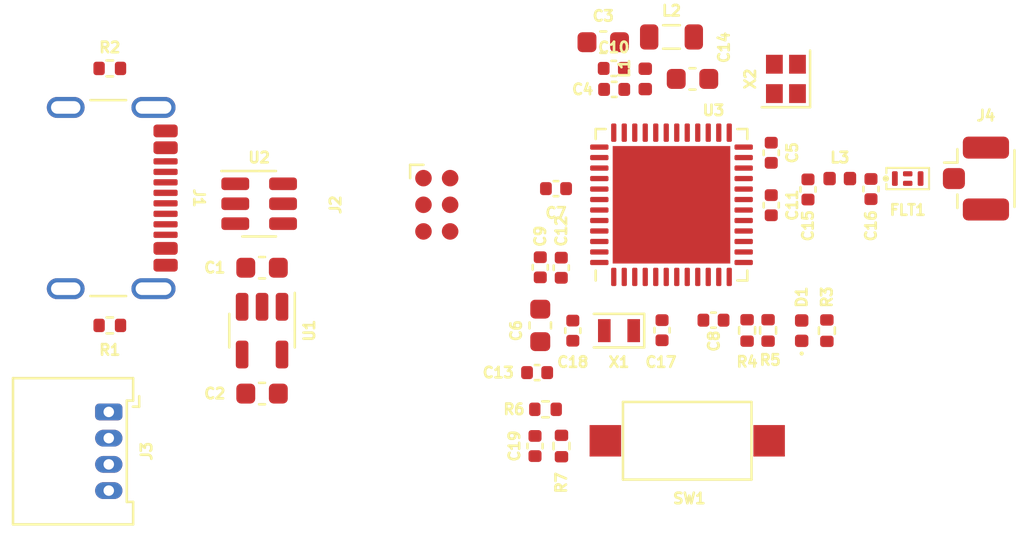
<source format=kicad_pcb>
(kicad_pcb (version 20221018) (generator pcbnew)
  (layers (0 "F.Cu" signal) (1 "In1.Cu" signal) (2 "In2.Cu" signal) (31 "B.Cu" signal) (34 "B.Paste" user) (35 "F.Paste" user) (36 "B.SilkS" user "B.Silkscreen") (37 "F.SilkS" user "F.Silkscreen") (38 "B.Mask" user) (39 "F.Mask" user) (44 "Edge.Cuts" user))
  (net 0 "")
  (net 1 "+5V")
  (net 2 "GND")
  (net 3 "+3.3V")
  (net 4 "/SWD_NRST")
  (net 5 "/SMPSFB")
  (net 6 "/RF")
  (net 7 "/RF_MATCH")
  (net 8 "/LSE_OUT")
  (net 9 "/LSE_IN")
  (net 10 "/BOOT0")
  (net 11 "/LED_K")
  (net 12 "/LED_A")
  (net 13 "/RF_ANT")
  (net 14 "/USBC_CC1")
  (net 15 "/USBC_D+")
  (net 16 "/USBC_D-")
  (net 18 "/USBC_CC2")
  (net 20 "/SWD_DIO")
  (net 21 "/SWD_CLK")
  (net 22 "/SWD_TRC")
  (net 23 "Net-(J3-Pin_2)")
  (net 24 "Net-(J3-Pin_3)")
  (net 25 "/SMPSLX")
  (net 26 "/SMPSLXL")
  (net 27 "/UART_TX")
  (net 28 "/UART_RX")
  (net 29 "/BSW")
  (net 31 "/USB_D+")
  (net 32 "/USB_D-")
  (net 43 "/HSE_OUT")
  (net 44 "/HSE_IN")
  (footprint "Connector:Tag-Connect_TC2030-IDC-FP_2x03_P1.27mm_Vertical" (layer "F.Cu") (at 58.8225 70 -90)
    (fp_text reference "J2" (at 0 4.8225 90) (layer "F.SilkS") (effects (font (size 0.5 0.5) (thickness 0.125))))
    (fp_text value "TC2030")
    (fp_line (start -1.905 1.27) (end -1.905 0.635) (stroke (width 0.12)) (layer "F.SilkS"))
    (fp_line (start -1.27 1.27) (end -1.905 1.27) (stroke (width 0.12)) (layer "F.SilkS"))
    (pad "" np_thru_hole circle (at -2.54 -2.54 270) (size 2.3749 2.3749) (drill 2.3749) (layers "*.Cu" "*.Mask"))
    (pad "" np_thru_hole circle (at -2.54 0 270) (size 0.9906 0.9906) (drill 0.9906) (layers "*.Cu" "*.Mask"))
    (pad "" np_thru_hole circle (at -2.54 2.54 270) (size 2.3749 2.3749) (drill 2.3749) (layers "*.Cu" "*.Mask"))
    (pad "" np_thru_hole circle (at 0.635 -2.54 270) (size 2.3749 2.3749) (drill 2.3749) (layers "*.Cu" "*.Mask"))
    (pad "" np_thru_hole circle (at 0.635 2.54 270) (size 2.3749 2.3749) (drill 2.3749) (layers "*.Cu" "*.Mask"))
    (pad "" np_thru_hole circle (at 2.54 -1.016 270) (size 0.9906 0.9906) (drill 0.9906) (layers "*.Cu" "*.Mask"))
    (pad "" np_thru_hole circle (at 2.54 1.016 270) (size 0.9906 0.9906) (drill 0.9906) (layers "*.Cu" "*.Mask"))
    (pad "1" connect circle (at -1.27 0.635 270) (size 0.7874 0.7874) (layers "F.Cu" "F.Mask") (net 3 "+3.3V"))
    (pad "2" connect circle (at -1.27 -0.635 270) (size 0.7874 0.7874) (layers "F.Cu" "F.Mask") (net 20 "/SWD_DIO"))
    (pad "3" connect circle (at 0 0.635 270) (size 0.7874 0.7874) (layers "F.Cu" "F.Mask") (net 4 "/SWD_NRST"))
    (pad "4" connect circle (at 0 -0.635 270) (size 0.7874 0.7874) (layers "F.Cu" "F.Mask") (net 21 "/SWD_CLK"))
    (pad "5" connect circle (at 1.27 0.635 270) (size 0.7874 0.7874) (layers "F.Cu" "F.Mask") (net 2 "GND"))
    (pad "6" connect circle (at 1.27 -0.635 270) (size 0.7874 0.7874) (layers "F.Cu" "F.Mask") (net 22 "/SWD_TRC"))
  )
  (footprint "Package_TO_SOT_SMD:SOT-23-5" (layer "F.Cu") (at 50.5 76 -90)
    (fp_text reference "U1" (at 0 -2.25 90) (layer "F.SilkS") (effects (font (size 0.5 0.5) (thickness 0.125))))
    (fp_text value "MIC5365-3.3YD5")
    (fp_line (start 0 -1.56) (end -1.8 -1.56) (stroke (width 0.12)) (layer "F.SilkS"))
    (fp_line (start 0 -1.56) (end 0.8 -1.56) (stroke (width 0.12)) (layer "F.SilkS"))
    (fp_line (start 0 1.56) (end -0.8 1.56) (stroke (width 0.12)) (layer "F.SilkS"))
    (fp_line (start 0 1.56) (end 0.8 1.56) (stroke (width 0.12)) (layer "F.SilkS"))
    (pad "1" smd roundrect (at -1.1375 -0.95 270) (size 1.325 0.6) (layers "F.Cu" "F.Paste" "F.Mask") (net 1 "+5V"))
    (pad "2" smd roundrect (at -1.1375 0 270) (size 1.325 0.6) (layers "F.Cu" "F.Paste" "F.Mask") (net 2 "GND"))
    (pad "3" smd roundrect (at -1.1375 0.95 270) (size 1.325 0.6) (layers "F.Cu" "F.Paste" "F.Mask") (net 1 "+5V"))
    (pad "4" smd roundrect (at 1.1375 0.95 270) (size 1.325 0.6) (layers "F.Cu" "F.Paste" "F.Mask"))
    (pad "5" smd roundrect (at 1.1375 -0.95 270) (size 1.325 0.6) (layers "F.Cu" "F.Paste" "F.Mask") (net 3 "+3.3V"))
  )
  (footprint "Capacitor_SMD:C_0402_1005Metric" (layer "F.Cu") (at 67.27 64.5 180)
    (fp_text reference "C4" (at 1.5 0) (layer "F.SilkS") (effects (font (size 0.5 0.5) (thickness 0.125))))
    (fp_text value "100n")
    (fp_line (start -0.107836 -0.36) (end 0.107836 -0.36) (stroke (width 0.12)) (layer "F.SilkS"))
    (fp_line (start -0.107836 0.36) (end 0.107836 0.36) (stroke (width 0.12)) (layer "F.SilkS"))
    (pad "1" smd roundrect (at -0.48 0 180) (size 0.56 0.62) (layers "F.Cu" "F.Paste" "F.Mask") (net 3 "+3.3V"))
    (pad "2" smd roundrect (at 0.48 0 180) (size 0.56 0.62) (layers "F.Cu" "F.Paste" "F.Mask") (net 2 "GND"))
  )
  (footprint "Capacitor_SMD:C_0402_1005Metric" (layer "F.Cu") (at 64.75 73 90)
    (fp_text reference "C12" (at 1.75 0 90) (layer "F.SilkS") (effects (font (size 0.5 0.5) (thickness 0.125))))
    (fp_text value "100n")
    (fp_line (start -0.107836 -0.36) (end 0.107836 -0.36) (stroke (width 0.12)) (layer "F.SilkS"))
    (fp_line (start -0.107836 0.36) (end 0.107836 0.36) (stroke (width 0.12)) (layer "F.SilkS"))
    (pad "1" smd roundrect (at -0.48 0 90) (size 0.56 0.62) (layers "F.Cu" "F.Paste" "F.Mask") (net 3 "+3.3V"))
    (pad "2" smd roundrect (at 0.48 0 90) (size 0.56 0.62) (layers "F.Cu" "F.Paste" "F.Mask") (net 2 "GND"))
  )
  (footprint "Package_DFN_QFN:QFN-48-1EP_7x7mm_P0.5mm_EP5.6x5.6mm" (layer "F.Cu") (at 70 70 90)
    (fp_text reference "U3" (at 4.5 2 180) (layer "F.SilkS") (effects (font (size 0.5 0.5) (thickness 0.125))))
    (fp_text value "STM32WB55CEU6")
    (fp_line (start -3.61 3.61) (end -3.61 3.135) (stroke (width 0.12)) (layer "F.SilkS"))
    (fp_line (start -3.135 -3.61) (end -3.61 -3.61) (stroke (width 0.12)) (layer "F.SilkS"))
    (fp_line (start -3.135 3.61) (end -3.61 3.61) (stroke (width 0.12)) (layer "F.SilkS"))
    (fp_line (start 3.135 -3.61) (end 3.61 -3.61) (stroke (width 0.12)) (layer "F.SilkS"))
    (fp_line (start 3.135 3.61) (end 3.61 3.61) (stroke (width 0.12)) (layer "F.SilkS"))
    (fp_line (start 3.61 -3.61) (end 3.61 -3.135) (stroke (width 0.12)) (layer "F.SilkS"))
    (fp_line (start 3.61 3.61) (end 3.61 3.135) (stroke (width 0.12)) (layer "F.SilkS"))
    (pad "1" smd roundrect (at -3.4375 -2.75 90) (size 0.875 0.25) (layers "F.Cu" "F.Paste" "F.Mask") (net 3 "+3.3V"))
    (pad "2" smd roundrect (at -3.4375 -2.25 90) (size 0.875 0.25) (layers "F.Cu" "F.Paste" "F.Mask") (net 9 "/LSE_IN"))
    (pad "3" smd roundrect (at -3.4375 -1.75 90) (size 0.875 0.25) (layers "F.Cu" "F.Paste" "F.Mask") (net 8 "/LSE_OUT"))
    (pad "4" smd roundrect (at -3.4375 -1.25 90) (size 0.875 0.25) (layers "F.Cu" "F.Paste" "F.Mask") (net 10 "/BOOT0"))
    (pad "5" smd roundrect (at -3.4375 -0.75 90) (size 0.875 0.25) (layers "F.Cu" "F.Paste" "F.Mask"))
    (pad "6" smd roundrect (at -3.4375 -0.25 90) (size 0.875 0.25) (layers "F.Cu" "F.Paste" "F.Mask"))
    (pad "7" smd roundrect (at -3.4375 0.25 90) (size 0.875 0.25) (layers "F.Cu" "F.Paste" "F.Mask") (net 4 "/SWD_NRST"))
    (pad "8" smd roundrect (at -3.4375 0.75 90) (size 0.875 0.25) (layers "F.Cu" "F.Paste" "F.Mask") (net 3 "+3.3V"))
    (pad "9" smd roundrect (at -3.4375 1.25 90) (size 0.875 0.25) (layers "F.Cu" "F.Paste" "F.Mask"))
    (pad "10" smd roundrect (at -3.4375 1.75 90) (size 0.875 0.25) (layers "F.Cu" "F.Paste" "F.Mask"))
    (pad "11" smd roundrect (at -3.4375 2.25 90) (size 0.875 0.25) (layers "F.Cu" "F.Paste" "F.Mask") (net 27 "/UART_TX"))
    (pad "12" smd roundrect (at -3.4375 2.75 90) (size 0.875 0.25) (layers "F.Cu" "F.Paste" "F.Mask") (net 28 "/UART_RX"))
    (pad "13" smd roundrect (at -2.75 3.4375 90) (size 0.25 0.875) (layers "F.Cu" "F.Paste" "F.Mask"))
    (pad "14" smd roundrect (at -2.25 3.4375 90) (size 0.25 0.875) (layers "F.Cu" "F.Paste" "F.Mask"))
    (pad "15" smd roundrect (at -1.75 3.4375 90) (size 0.25 0.875) (layers "F.Cu" "F.Paste" "F.Mask"))
    (pad "16" smd roundrect (at -1.25 3.4375 90) (size 0.25 0.875) (layers "F.Cu" "F.Paste" "F.Mask") (net 12 "/LED_A"))
    (pad "17" smd roundrect (at -0.75 3.4375 90) (size 0.25 0.875) (layers "F.Cu" "F.Paste" "F.Mask"))
    (pad "18" smd roundrect (at -0.25 3.4375 90) (size 0.25 0.875) (layers "F.Cu" "F.Paste" "F.Mask"))
    (pad "19" smd roundrect (at 0.25 3.4375 90) (size 0.25 0.875) (layers "F.Cu" "F.Paste" "F.Mask"))
    (pad "20" smd roundrect (at 0.75 3.4375 90) (size 0.25 0.875) (layers "F.Cu" "F.Paste" "F.Mask") (net 3 "+3.3V"))
    (pad "21" smd roundrect (at 1.25 3.4375 90) (size 0.25 0.875) (layers "F.Cu" "F.Paste" "F.Mask") (net 6 "/RF"))
    (pad "22" smd roundrect (at 1.75 3.4375 90) (size 0.25 0.875) (layers "F.Cu" "F.Paste" "F.Mask") (net 2 "GND"))
    (pad "23" smd roundrect (at 2.25 3.4375 90) (size 0.25 0.875) (layers "F.Cu" "F.Paste" "F.Mask") (net 3 "+3.3V"))
    (pad "24" smd roundrect (at 2.75 3.4375 90) (size 0.25 0.875) (layers "F.Cu" "F.Paste" "F.Mask") (net 43 "/HSE_OUT"))
    (pad "25" smd roundrect (at 3.4375 2.75 90) (size 0.875 0.25) (layers "F.Cu" "F.Paste" "F.Mask") (net 44 "/HSE_IN"))
    (pad "26" smd roundrect (at 3.4375 2.25 90) (size 0.875 0.25) (layers "F.Cu" "F.Paste" "F.Mask"))
    (pad "27" smd roundrect (at 3.4375 1.75 90) (size 0.875 0.25) (layers "F.Cu" "F.Paste" "F.Mask"))
    (pad "28" smd roundrect (at 3.4375 1.25 90) (size 0.875 0.25) (layers "F.Cu" "F.Paste" "F.Mask"))
    (pad "29" smd roundrect (at 3.4375 0.75 90) (size 0.875 0.25) (layers "F.Cu" "F.Paste" "F.Mask"))
    (pad "30" smd roundrect (at 3.4375 0.25 90) (size 0.875 0.25) (layers "F.Cu" "F.Paste" "F.Mask"))
    (pad "31" smd roundrect (at 3.4375 -0.25 90) (size 0.875 0.25) (layers "F.Cu" "F.Paste" "F.Mask") (net 5 "/SMPSFB"))
    (pad "32" smd roundrect (at 3.4375 -0.75 90) (size 0.875 0.25) (layers "F.Cu" "F.Paste" "F.Mask") (net 2 "GND"))
    (pad "33" smd roundrect (at 3.4375 -1.25 90) (size 0.875 0.25) (layers "F.Cu" "F.Paste" "F.Mask") (net 25 "/SMPSLX"))
    (pad "34" smd roundrect (at 3.4375 -1.75 90) (size 0.875 0.25) (layers "F.Cu" "F.Paste" "F.Mask") (net 3 "+3.3V"))
    (pad "35" smd roundrect (at 3.4375 -2.25 90) (size 0.875 0.25) (layers "F.Cu" "F.Paste" "F.Mask") (net 3 "+3.3V"))
    (pad "36" smd roundrect (at 3.4375 -2.75 90) (size 0.875 0.25) (layers "F.Cu" "F.Paste" "F.Mask"))
    (pad "37" smd roundrect (at 2.75 -3.4375 90) (size 0.25 0.875) (layers "F.Cu" "F.Paste" "F.Mask") (net 32 "/USB_D-"))
    (pad "38" smd roundrect (at 2.25 -3.4375 90) (size 0.25 0.875) (layers "F.Cu" "F.Paste" "F.Mask") (net 31 "/USB_D+"))
    (pad "39" smd roundrect (at 1.75 -3.4375 90) (size 0.25 0.875) (layers "F.Cu" "F.Paste" "F.Mask") (net 20 "/SWD_DIO"))
    (pad "40" smd roundrect (at 1.25 -3.4375 90) (size 0.25 0.875) (layers "F.Cu" "F.Paste" "F.Mask") (net 3 "+3.3V"))
    (pad "41" smd roundrect (at 0.75 -3.4375 90) (size 0.25 0.875) (layers "F.Cu" "F.Paste" "F.Mask") (net 21 "/SWD_CLK"))
    (pad "42" smd roundrect (at 0.25 -3.4375 90) (size 0.25 0.875) (layers "F.Cu" "F.Paste" "F.Mask"))
    (pad "43" smd roundrect (at -0.25 -3.4375 90) (size 0.25 0.875) (layers "F.Cu" "F.Paste" "F.Mask") (net 22 "/SWD_TRC"))
    (pad "44" smd roundrect (at -0.75 -3.4375 90) (size 0.25 0.875) (layers "F.Cu" "F.Paste" "F.Mask"))
    (pad "45" smd roundrect (at -1.25 -3.4375 90) (size 0.25 0.875) (layers "F.Cu" "F.Paste" "F.Mask"))
    (pad "46" smd roundrect (at -1.75 -3.4375 90) (size 0.25 0.875) (layers "F.Cu" "F.Paste" "F.Mask"))
    (pad "47" smd roundrect (at -2.25 -3.4375 90) (size 0.25 0.875) (layers "F.Cu" "F.Paste" "F.Mask"))
    (pad "48" smd roundrect (at -2.75 -3.4375 90) (size 0.25 0.875) (layers "F.Cu" "F.Paste" "F.Mask") (net 3 "+3.3V"))
    (pad "49" smd rect (at 0 0 90) (size 5.6 5.6) (layers "F.Cu" "F.Mask") (net 2 "GND"))
  )
  (footprint "Package_TO_SOT_SMD:SOT-23-6" (layer "F.Cu") (at 50.3625 69.95)
    (fp_text reference "U2" (at 0 -2.2) (layer "F.SilkS") (effects (font (size 0.5 0.5) (thickness 0.125))))
    (fp_text value "USBLC6-2SC6")
    (fp_line (start 0 -1.56) (end -1.8 -1.56) (stroke (width 0.12)) (layer "F.SilkS"))
    (fp_line (start 0 -1.56) (end 0.8 -1.56) (stroke (width 0.12)) (layer "F.SilkS"))
    (fp_line (start 0 1.56) (end -0.8 1.56) (stroke (width 0.12)) (layer "F.SilkS"))
    (fp_line (start 0 1.56) (end 0.8 1.56) (stroke (width 0.12)) (layer "F.SilkS"))
    (pad "1" smd roundrect (at -1.1375 -0.95) (size 1.325 0.6) (layers "F.Cu" "F.Paste" "F.Mask") (net 16 "/USBC_D-"))
    (pad "2" smd roundrect (at -1.1375 0) (size 1.325 0.6) (layers "F.Cu" "F.Paste" "F.Mask") (net 2 "GND"))
    (pad "3" smd roundrect (at -1.1375 0.95) (size 1.325 0.6) (layers "F.Cu" "F.Paste" "F.Mask") (net 15 "/USBC_D+"))
    (pad "4" smd roundrect (at 1.1375 0.95) (size 1.325 0.6) (layers "F.Cu" "F.Paste" "F.Mask") (net 31 "/USB_D+"))
    (pad "5" smd roundrect (at 1.1375 0) (size 1.325 0.6) (layers "F.Cu" "F.Paste" "F.Mask") (net 1 "+5V"))
    (pad "6" smd roundrect (at 1.1375 -0.95) (size 1.325 0.6) (layers "F.Cu" "F.Paste" "F.Mask") (net 32 "/USB_D-"))
  )
  (footprint "Capacitor_SMD:C_0402_1005Metric" (layer "F.Cu") (at 74.75 67.52 -90)
    (fp_text reference "C5" (at 0 -1 90) (layer "F.SilkS") (effects (font (size 0.5 0.5) (thickness 0.125))))
    (fp_text value "100n")
    (fp_line (start -0.107836 -0.36) (end 0.107836 -0.36) (stroke (width 0.12)) (layer "F.SilkS"))
    (fp_line (start -0.107836 0.36) (end 0.107836 0.36) (stroke (width 0.12)) (layer "F.SilkS"))
    (pad "1" smd roundrect (at -0.48 0 270) (size 0.56 0.62) (layers "F.Cu" "F.Paste" "F.Mask") (net 3 "+3.3V"))
    (pad "2" smd roundrect (at 0.48 0 270) (size 0.56 0.62) (layers "F.Cu" "F.Paste" "F.Mask") (net 2 "GND"))
  )
  (footprint "Capacitor_SMD:C_0402_1005Metric" (layer "F.Cu") (at 74.75 70.02 -90)
    (fp_text reference "C11" (at 0 -1 90) (layer "F.SilkS") (effects (font (size 0.5 0.5) (thickness 0.125))))
    (fp_text value "100n")
    (fp_line (start -0.107836 -0.36) (end 0.107836 -0.36) (stroke (width 0.12)) (layer "F.SilkS"))
    (fp_line (start -0.107836 0.36) (end 0.107836 0.36) (stroke (width 0.12)) (layer "F.SilkS"))
    (pad "1" smd roundrect (at -0.48 0 270) (size 0.56 0.62) (layers "F.Cu" "F.Paste" "F.Mask") (net 3 "+3.3V"))
    (pad "2" smd roundrect (at 0.48 0 270) (size 0.56 0.62) (layers "F.Cu" "F.Paste" "F.Mask") (net 2 "GND"))
  )
  (footprint "Resistor_SMD:R_0402_1005Metric" (layer "F.Cu") (at 43.25 63.5 180)
    (fp_text reference "R2" (at 0 1) (layer "F.SilkS") (effects (font (size 0.5 0.5) (thickness 0.125))))
    (fp_text value "5k1")
    (fp_line (start -0.153641 -0.38) (end 0.153641 -0.38) (stroke (width 0.12)) (layer "F.SilkS"))
    (fp_line (start -0.153641 0.38) (end 0.153641 0.38) (stroke (width 0.12)) (layer "F.SilkS"))
    (pad "1" smd roundrect (at -0.51 0 180) (size 0.54 0.64) (layers "F.Cu" "F.Paste" "F.Mask") (net 14 "/USBC_CC1"))
    (pad "2" smd roundrect (at 0.51 0 180) (size 0.54 0.64) (layers "F.Cu" "F.Paste" "F.Mask") (net 2 "GND"))
  )
  (footprint "Capacitor_SMD:C_0603_1608Metric" (layer "F.Cu") (at 50.5 79 180)
    (fp_text reference "C2" (at 2.25 0) (layer "F.SilkS") (effects (font (size 0.5 0.5) (thickness 0.125))))
    (fp_text value "4u7")
    (fp_line (start -0.14058 -0.51) (end 0.14058 -0.51) (stroke (width 0.12)) (layer "F.SilkS"))
    (fp_line (start -0.14058 0.51) (end 0.14058 0.51) (stroke (width 0.12)) (layer "F.SilkS"))
    (pad "1" smd roundrect (at -0.775 0 180) (size 0.9 0.95) (layers "F.Cu" "F.Paste" "F.Mask") (net 3 "+3.3V"))
    (pad "2" smd roundrect (at 0.775 0 180) (size 0.9 0.95) (layers "F.Cu" "F.Paste" "F.Mask") (net 2 "GND"))
  )
  (footprint "Capacitor_SMD:C_0402_1005Metric" (layer "F.Cu") (at 64.5 69.23 180)
    (fp_text reference "C7" (at 0 -1.16) (layer "F.SilkS") (effects (font (size 0.5 0.5) (thickness 0.125))))
    (fp_text value "100n")
    (fp_line (start -0.107836 -0.36) (end 0.107836 -0.36) (stroke (width 0.12)) (layer "F.SilkS"))
    (fp_line (start -0.107836 0.36) (end 0.107836 0.36) (stroke (width 0.12)) (layer "F.SilkS"))
    (pad "1" smd roundrect (at -0.48 0 180) (size 0.56 0.62) (layers "F.Cu" "F.Paste" "F.Mask") (net 3 "+3.3V"))
    (pad "2" smd roundrect (at 0.48 0 180) (size 0.56 0.62) (layers "F.Cu" "F.Paste" "F.Mask") (net 2 "GND"))
  )
  (footprint "Inductor_SMD:L_0402_1005Metric" (layer "F.Cu") (at 78.015 68.75)
    (fp_text reference "L3" (at 0 -1) (layer "F.SilkS") (effects (font (size 0.5 0.5) (thickness 0.125))))
    (fp_text value "2n7")
    (pad "1" smd roundrect (at -0.485 0) (size 0.59 0.64) (layers "F.Cu" "F.Paste" "F.Mask") (net 6 "/RF"))
    (pad "2" smd roundrect (at 0.485 0) (size 0.59 0.64) (layers "F.Cu" "F.Paste" "F.Mask") (net 7 "/RF_MATCH"))
  )
  (footprint "LED_SMD:LED_0402_1005Metric" (layer "F.Cu") (at 76.2 76 90)
    (fp_text reference "D1" (at 1.6 0 90) (layer "F.SilkS") (effects (font (size 0.5 0.5) (thickness 0.125))))
    (fp_text value "LED")
    (fp_circle (center -1.09 0) (end -1.04 0) (stroke (width 0.1)) (fill none) (layer "F.SilkS"))
    (pad "1" smd roundrect (at -0.485 0 90) (size 0.59 0.64) (layers "F.Cu" "F.Paste" "F.Mask") (net 11 "/LED_K"))
    (pad "2" smd roundrect (at 0.485 0 90) (size 0.59 0.64) (layers "F.Cu" "F.Paste" "F.Mask") (net 12 "/LED_A"))
  )
  (footprint "Capacitor_SMD:C_0402_1005Metric" (layer "F.Cu") (at 65.3 76 -90)
    (fp_text reference "C18" (at 1.5 0 -180) (layer "F.SilkS") (effects (font (size 0.5 0.5) (thickness 0.125))))
    (fp_text value "10p")
    (fp_line (start -0.107836 -0.36) (end 0.107836 -0.36) (stroke (width 0.12)) (layer "F.SilkS"))
    (fp_line (start -0.107836 0.36) (end 0.107836 0.36) (stroke (width 0.12)) (layer "F.SilkS"))
    (pad "1" smd roundrect (at -0.48 0 270) (size 0.56 0.62) (layers "F.Cu" "F.Paste" "F.Mask") (net 9 "/LSE_IN"))
    (pad "2" smd roundrect (at 0.48 0 270) (size 0.56 0.62) (layers "F.Cu" "F.Paste" "F.Mask") (net 2 "GND"))
  )
  (footprint "Capacitor_SMD:C_0402_1005Metric" (layer "F.Cu") (at 67.25 63.5)
    (fp_text reference "C10" (at 0 -1) (layer "F.SilkS") (effects (font (size 0.5 0.5) (thickness 0.125))))
    (fp_text value "100n")
    (fp_line (start -0.107836 -0.36) (end 0.107836 -0.36) (stroke (width 0.12)) (layer "F.SilkS"))
    (fp_line (start -0.107836 0.36) (end 0.107836 0.36) (stroke (width 0.12)) (layer "F.SilkS"))
    (pad "1" smd roundrect (at -0.48 0) (size 0.56 0.62) (layers "F.Cu" "F.Paste" "F.Mask") (net 3 "+3.3V"))
    (pad "2" smd roundrect (at 0.48 0) (size 0.56 0.62) (layers "F.Cu" "F.Paste" "F.Mask") (net 2 "GND"))
  )
  (footprint "Capacitor_SMD:C_0402_1005Metric" (layer "F.Cu") (at 63.6 78)
    (fp_text reference "C13" (at -1.85 0) (layer "F.SilkS") (effects (font (size 0.5 0.5) (thickness 0.125))))
    (fp_text value "100n")
    (fp_line (start -0.107836 -0.36) (end 0.107836 -0.36) (stroke (width 0.12)) (layer "F.SilkS"))
    (fp_line (start -0.107836 0.36) (end 0.107836 0.36) (stroke (width 0.12)) (layer "F.SilkS"))
    (pad "1" smd roundrect (at -0.48 0) (size 0.56 0.62) (layers "F.Cu" "F.Paste" "F.Mask") (net 4 "/SWD_NRST"))
    (pad "2" smd roundrect (at 0.48 0) (size 0.56 0.62) (layers "F.Cu" "F.Paste" "F.Mask") (net 2 "GND"))
  )
  (footprint "Resistor_SMD:R_0402_1005Metric" (layer "F.Cu") (at 43.25 75.75 180)
    (fp_text reference "R1" (at 0 -1.17) (layer "F.SilkS") (effects (font (size 0.5 0.5) (thickness 0.125))))
    (fp_text value "5k1")
    (fp_line (start -0.153641 -0.38) (end 0.153641 -0.38) (stroke (width 0.12)) (layer "F.SilkS"))
    (fp_line (start -0.153641 0.38) (end 0.153641 0.38) (stroke (width 0.12)) (layer "F.SilkS"))
    (pad "1" smd roundrect (at -0.51 0 180) (size 0.54 0.64) (layers "F.Cu" "F.Paste" "F.Mask") (net 18 "/USBC_CC2"))
    (pad "2" smd roundrect (at 0.51 0 180) (size 0.54 0.64) (layers "F.Cu" "F.Paste" "F.Mask") (net 2 "GND"))
  )
  (footprint "Inductor_SMD:L_0402_1005Metric" (layer "F.Cu") (at 68.75 64 90)
    (fp_text reference "L1" (at 0.5 -1 90) (layer "F.SilkS") (effects (font (size 0.5 0.5) (thickness 0.125))))
    (fp_text value "10n")
    (pad "1" smd roundrect (at -0.485 0 90) (size 0.59 0.64) (layers "F.Cu" "F.Paste" "F.Mask") (net 25 "/SMPSLX"))
    (pad "2" smd roundrect (at 0.485 0 90) (size 0.59 0.64) (layers "F.Cu" "F.Paste" "F.Mask") (net 26 "/SMPSLXL"))
  )
  (footprint "Inductor_SMD:L_0805_2012Metric" (layer "F.Cu") (at 70 62)
    (fp_text reference "L2" (at 0 -1.25) (layer "F.SilkS") (effects (font (size 0.5 0.5) (thickness 0.125))))
    (fp_text value "10u")
    (fp_line (start -0.399622 -0.56) (end 0.399622 -0.56) (stroke (width 0.12)) (layer "F.SilkS"))
    (fp_line (start -0.399622 0.56) (end 0.399622 0.56) (stroke (width 0.12)) (layer "F.SilkS"))
    (pad "1" smd roundrect (at -1.0625 0) (size 0.875 1.2) (layers "F.Cu" "F.Paste" "F.Mask") (net 26 "/SMPSLXL"))
    (pad "2" smd roundrect (at 1.0625 0) (size 0.875 1.2) (layers "F.Cu" "F.Paste" "F.Mask") (net 5 "/SMPSFB"))
  )
  (footprint "Crystal:Crystal_SMD_2012-2Pin_2.0x1.2mm" (layer "F.Cu") (at 67.5 76 180)
    (fp_text reference "X1" (at 0 -1.5) (layer "F.SilkS") (effects (font (size 0.5 0.5) (thickness 0.125))))
    (fp_text value "32kHz768")
    (fp_line (start -1.2 -0.8) (end -1.2 0.8) (stroke (width 0.12)) (layer "F.SilkS"))
    (fp_line (start -1.2 0.8) (end 1.2 0.8) (stroke (width 0.12)) (layer "F.SilkS"))
    (fp_line (start 1.2 -0.8) (end -1.2 -0.8) (stroke (width 0.12)) (layer "F.SilkS"))
    (pad "1" smd rect (at -0.7 0 180) (size 0.6 1.1) (layers "F.Cu" "F.Paste" "F.Mask") (net 8 "/LSE_OUT"))
    (pad "2" smd rect (at 0.7 0 180) (size 0.6 1.1) (layers "F.Cu" "F.Paste" "F.Mask") (net 9 "/LSE_IN"))
  )
  (footprint "Connector_USB:USB_C_Receptacle_GCT_USB4105-xx-A_16P_TopMnt_Horizontal" (layer "F.Cu") (at 42.225 69.68 -90)
    (fp_text reference "J1" (at 0 -5.275 -90 unlocked) (layer "F.SilkS") (effects (font (size 0.5 0.5) (thickness 0.125))))
    (fp_text value "USB_C_Receptacle_USB2.0")
    (fp_line (start -4.67 -0.1) (end -4.67 -1.8) (stroke (width 0.12)) (layer "F.SilkS"))
    (fp_line (start 4.67 -0.1) (end 4.67 -1.8) (stroke (width 0.12)) (layer "F.SilkS"))
    (pad "" np_thru_hole circle (at -2.89 -2.605 270) (size 0.65 0.65) (drill 0.65) (layers "F&B.Cu" "*.Mask"))
    (pad "" np_thru_hole circle (at 2.89 -2.605 270) (size 0.65 0.65) (drill 0.65) (layers "F&B.Cu" "*.Mask"))
    (pad "A1" smd roundrect (at -3.2 -3.68 270) (size 0.6 1.15) (layers "F.Cu" "F.Paste" "F.Mask") (net 2 "GND"))
    (pad "A4" smd roundrect (at -2.4 -3.68 270) (size 0.6 1.15) (layers "F.Cu" "F.Paste" "F.Mask") (net 1 "+5V"))
    (pad "A5" smd roundrect (at -1.25 -3.68 270) (size 0.3 1.15) (layers "F.Cu" "F.Paste" "F.Mask") (net 14 "/USBC_CC1"))
    (pad "A6" smd roundrect (at -0.25 -3.68 270) (size 0.3 1.15) (layers "F.Cu" "F.Paste" "F.Mask") (net 15 "/USBC_D+"))
    (pad "A7" smd roundrect (at 0.25 -3.68 270) (size 0.3 1.15) (layers "F.Cu" "F.Paste" "F.Mask") (net 16 "/USBC_D-"))
    (pad "A8" smd roundrect (at 1.25 -3.68 270) (size 0.3 1.15) (layers "F.Cu" "F.Paste" "F.Mask"))
    (pad "A9" smd roundrect (at 2.4 -3.68 270) (size 0.6 1.15) (layers "F.Cu" "F.Paste" "F.Mask") (net 1 "+5V"))
    (pad "A12" smd roundrect (at 3.2 -3.68 270) (size 0.6 1.15) (layers "F.Cu" "F.Paste" "F.Mask") (net 2 "GND"))
    (pad "B1" smd roundrect (at 3.2 -3.68 270) (size 0.6 1.15) (layers "F.Cu" "F.Paste" "F.Mask") (net 2 "GND"))
    (pad "B4" smd roundrect (at 2.4 -3.68 270) (size 0.6 1.15) (layers "F.Cu" "F.Paste" "F.Mask") (net 1 "+5V"))
    (pad "B5" smd roundrect (at 1.75 -3.68 270) (size 0.3 1.15) (layers "F.Cu" "F.Paste" "F.Mask") (net 18 "/USBC_CC2"))
    (pad "B6" smd roundrect (at 0.75 -3.68 270) (size 0.3 1.15) (layers "F.Cu" "F.Paste" "F.Mask") (net 15 "/USBC_D+"))
    (pad "B7" smd roundrect (at -0.75 -3.68 270) (size 0.3 1.15) (layers "F.Cu" "F.Paste" "F.Mask") (net 16 "/USBC_D-"))
    (pad "B8" smd roundrect (at -1.75 -3.68 270) (size 0.3 1.15) (layers "F.Cu" "F.Paste" "F.Mask"))
    (pad "B9" smd roundrect (at -2.4 -3.68 270) (size 0.6 1.15) (layers "F.Cu" "F.Paste" "F.Mask") (net 1 "+5V"))
    (pad "B12" smd roundrect (at -3.2 -3.68 270) (size 0.6 1.15) (layers "F.Cu" "F.Paste" "F.Mask") (net 2 "GND"))
    (pad "S1" thru_hole oval (at -4.32 -3.105 270) (size 1 2.1) (drill oval 0.6 1.7) (layers "*.Cu" "*.Mask" "F.Paste") (net 2 "GND"))
    (pad "S1" thru_hole oval (at -4.32 1.075 270) (size 1 1.8) (drill oval 0.6 1.4) (layers "*.Cu" "*.Mask" "F.Paste") (net 2 "GND"))
    (pad "S1" thru_hole oval (at 4.32 -3.105 270) (size 1 2.1) (drill oval 0.6 1.7) (layers "*.Cu" "*.Mask" "F.Paste") (net 2 "GND"))
    (pad "S1" thru_hole oval (at 4.32 1.075 270) (size 1 1.8) (drill oval 0.6 1.4) (layers "*.Cu" "*.Mask" "F.Paste") (net 2 "GND"))
  )
  (footprint "Resistor_SMD:R_0402_1005Metric" (layer "F.Cu") (at 64 79.75)
    (fp_text reference "R6" (at -1.5 0) (layer "F.SilkS") (effects (font (size 0.5 0.5) (thickness 0.125))))
    (fp_text value "5k1")
    (fp_line (start -0.153641 -0.38) (end 0.153641 -0.38) (stroke (width 0.12)) (layer "F.SilkS"))
    (fp_line (start -0.153641 0.38) (end 0.153641 0.38) (stroke (width 0.12)) (layer "F.SilkS"))
    (pad "1" smd roundrect (at -0.51 0) (size 0.54 0.64) (layers "F.Cu" "F.Paste" "F.Mask") (net 10 "/BOOT0"))
    (pad "2" smd roundrect (at 0.51 0) (size 0.54 0.64) (layers "F.Cu" "F.Paste" "F.Mask") (net 2 "GND"))
  )
  (footprint "Capacitor_SMD:C_0603_1608Metric" (layer "F.Cu") (at 66.75 62.25 180)
    (fp_text reference "C3" (at 0 1.25) (layer "F.SilkS") (effects (font (size 0.5 0.5) (thickness 0.125))))
    (fp_text value "4u7")
    (fp_line (start -0.14058 -0.51) (end 0.14058 -0.51) (stroke (width 0.12)) (layer "F.SilkS"))
    (fp_line (start -0.14058 0.51) (end 0.14058 0.51) (stroke (width 0.12)) (layer "F.SilkS"))
    (pad "1" smd roundrect (at -0.775 0 180) (size 0.9 0.95) (layers "F.Cu" "F.Paste" "F.Mask") (net 3 "+3.3V"))
    (pad "2" smd roundrect (at 0.775 0 180) (size 0.9 0.95) (layers "F.Cu" "F.Paste" "F.Mask") (net 2 "GND"))
  )
  (footprint "Capacitor_SMD:C_0402_1005Metric" (layer "F.Cu") (at 63.75 72.98 90)
    (fp_text reference "C9" (at 1.48 0 90) (layer "F.SilkS") (effects (font (size 0.5 0.5) (thickness 0.125))))
    (fp_text value "100n")
    (fp_line (start -0.107836 -0.36) (end 0.107836 -0.36) (stroke (width 0.12)) (layer "F.SilkS"))
    (fp_line (start -0.107836 0.36) (end 0.107836 0.36) (stroke (width 0.12)) (layer "F.SilkS"))
    (pad "1" smd roundrect (at -0.48 0 90) (size 0.56 0.62) (layers "F.Cu" "F.Paste" "F.Mask") (net 3 "+3.3V"))
    (pad "2" smd roundrect (at 0.48 0 90) (size 0.56 0.62) (layers "F.Cu" "F.Paste" "F.Mask") (net 2 "GND"))
  )
  (footprint "Capacitor_SMD:C_0402_1005Metric" (layer "F.Cu") (at 69.55 75.98 -90)
    (fp_text reference "C17" (at 1.52 0.05 180) (layer "F.SilkS") (effects (font (size 0.5 0.5) (thickness 0.125))))
    (fp_text value "10p")
    (fp_line (start -0.107836 -0.36) (end 0.107836 -0.36) (stroke (width 0.12)) (layer "F.SilkS"))
    (fp_line (start -0.107836 0.36) (end 0.107836 0.36) (stroke (width 0.12)) (layer "F.SilkS"))
    (pad "1" smd roundrect (at -0.48 0 270) (size 0.56 0.62) (layers "F.Cu" "F.Paste" "F.Mask") (net 8 "/LSE_OUT"))
    (pad "2" smd roundrect (at 0.48 0 270) (size 0.56 0.62) (layers "F.Cu" "F.Paste" "F.Mask") (net 2 "GND"))
  )
  (footprint "Crystal:Crystal_SMD_2016-4Pin_2.0x1.6mm" (layer "F.Cu") (at 75.45 64 90)
    (fp_text reference "X2" (at 0 -1.7 270) (layer "F.SilkS") (effects (font (size 0.5 0.5) (thickness 0.125))))
    (fp_text value "32MHz")
    (fp_line (start -1.35 -1.15) (end -1.35 1.15) (stroke (width 0.12)) (layer "F.SilkS"))
    (fp_line (start -1.35 1.15) (end 1.35 1.15) (stroke (width 0.12)) (layer "F.SilkS"))
    (pad "1" smd rect (at -0.7 0.55 90) (size 0.9 0.8) (layers "F.Cu" "F.Paste" "F.Mask") (net 43 "/HSE_OUT"))
    (pad "2" smd rect (at 0.7 0.55 90) (size 0.9 0.8) (layers "F.Cu" "F.Paste" "F.Mask") (net 2 "GND"))
    (pad "3" smd rect (at 0.7 -0.55 90) (size 0.9 0.8) (layers "F.Cu" "F.Paste" "F.Mask") (net 44 "/HSE_IN"))
    (pad "4" smd rect (at -0.7 -0.55 90) (size 0.9 0.8) (layers "F.Cu" "F.Paste" "F.Mask") (net 2 "GND"))
  )
  (footprint "Capacitor_SMD:C_0402_1005Metric" (layer "F.Cu") (at 72 75.5)
    (fp_text reference "C8" (at 0.02 1 90) (layer "F.SilkS") (effects (font (size 0.5 0.5) (thickness 0.125))))
    (fp_text value "100n")
    (fp_line (start -0.107836 -0.36) (end 0.107836 -0.36) (stroke (width 0.12)) (layer "F.SilkS"))
    (fp_line (start -0.107836 0.36) (end 0.107836 0.36) (stroke (width 0.12)) (layer "F.SilkS"))
    (pad "1" smd roundrect (at -0.48 0) (size 0.56 0.62) (layers "F.Cu" "F.Paste" "F.Mask") (net 3 "+3.3V"))
    (pad "2" smd roundrect (at 0.48 0) (size 0.56 0.62) (layers "F.Cu" "F.Paste" "F.Mask") (net 2 "GND"))
  )
  (footprint "Capacitor_SMD:C_0603_1608Metric" (layer "F.Cu") (at 71 64)
    (fp_text reference "C14" (at 1.5 -1.5 90) (layer "F.SilkS") (effects (font (size 0.5 0.5) (thickness 0.125))))
    (fp_text value "4u7")
    (fp_line (start -0.14058 -0.51) (end 0.14058 -0.51) (stroke (width 0.12)) (layer "F.SilkS"))
    (fp_line (start -0.14058 0.51) (end 0.14058 0.51) (stroke (width 0.12)) (layer "F.SilkS"))
    (pad "1" smd roundrect (at -0.775 0) (size 0.9 0.95) (layers "F.Cu" "F.Paste" "F.Mask") (net 5 "/SMPSFB"))
    (pad "2" smd roundrect (at 0.775 0) (size 0.9 0.95) (layers "F.Cu" "F.Paste" "F.Mask") (net 2 "GND"))
  )
  (footprint "Learn_KiCad_PCBFootprints:DLF162500LT-5028A1" (layer "F.Cu") (at 81.25 68.75)
    (fp_text reference "FLT1" (at 0 1.5 unlocked) (layer "F.SilkS") (effects (font (size 0.5 0.5) (thickness 0.125))))
    (fp_text value "DLF162500LT-5028A1")
    (fp_line (start -1.016 -0.508) (end 1.016 -0.508) (stroke (width 0.1)) (layer "F.SilkS"))
    (fp_line (start -1.016 -0.254) (end -1.016 -0.508) (stroke (width 0.1)) (layer "F.SilkS"))
    (fp_line (start -1.016 0.508) (end -1.016 0.254) (stroke (width 0.1)) (layer "F.SilkS"))
    (fp_line (start 1.016 -0.508) (end 1.016 0.508) (stroke (width 0.1)) (layer "F.SilkS"))
    (fp_line (start 1.016 0.508) (end -1.016 0.508) (stroke (width 0.1)) (layer "F.SilkS"))
    (fp_circle (center -1.04 0) (end -0.94 0) (stroke (width 0.1)) (fill solid) (layer "F.SilkS"))
    (pad "1" smd roundrect (at -0.6125 0) (size 0.275 0.7) (layers "F.Cu" "F.Paste" "F.Mask") (net 7 "/RF_MATCH"))
    (pad "2" smd roundrect (at 0 0.2275) (size 0.45 0.245) (layers "F.Cu" "F.Paste" "F.Mask") (net 2 "GND"))
    (pad "3" smd roundrect (at 0.6125 0) (size 0.275 0.7) (layers "F.Cu" "F.Paste" "F.Mask") (net 13 "/RF_ANT"))
    (pad "4" smd roundrect (at 0 -0.2275) (size 0.45 0.245) (layers "F.Cu" "F.Paste" "F.Mask") (net 2 "GND"))
  )
  (footprint "Capacitor_SMD:C_0402_1005Metric" (layer "F.Cu") (at 79.5 69.25 -90)
    (fp_text reference "C16" (at 1.75 0 90) (layer "F.SilkS") (effects (font (size 0.5 0.5) (thickness 0.125))))
    (fp_text value "0p3")
    (fp_line (start -0.107836 -0.36) (end 0.107836 -0.36) (stroke (width 0.12)) (layer "F.SilkS"))
    (fp_line (start -0.107836 0.36) (end 0.107836 0.36) (stroke (width 0.12)) (layer "F.SilkS"))
    (pad "1" smd roundrect (at -0.48 0 270) (size 0.56 0.62) (layers "F.Cu" "F.Paste" "F.Mask") (net 7 "/RF_MATCH"))
    (pad "2" smd roundrect (at 0.48 0 270) (size 0.56 0.62) (layers "F.Cu" "F.Paste" "F.Mask") (net 2 "GND"))
  )
  (footprint "Resistor_SMD:R_0402_1005Metric" (layer "F.Cu") (at 73.6 75.99 90)
    (fp_text reference "R4" (at -1.5 0 180) (layer "F.SilkS") (effects (font (size 0.5 0.5) (thickness 0.125))))
    (fp_text value "220")
    (fp_line (start -0.153641 -0.38) (end 0.153641 -0.38) (stroke (width 0.12)) (layer "F.SilkS"))
    (fp_line (start -0.153641 0.38) (end 0.153641 0.38) (stroke (width 0.12)) (layer "F.SilkS"))
    (pad "1" smd roundrect (at -0.51 0 90) (size 0.54 0.64) (layers "F.Cu" "F.Paste" "F.Mask") (net 23 "Net-(J3-Pin_2)"))
    (pad "2" smd roundrect (at 0.51 0 90) (size 0.54 0.64) (layers "F.Cu" "F.Paste" "F.Mask") (net 27 "/UART_TX"))
  )
  (footprint "Capacitor_SMD:C_0402_1005Metric" (layer "F.Cu") (at 63.5 81.5 -90)
    (fp_text reference "C19" (at 0 0.98 90) (layer "F.SilkS") (effects (font (size 0.5 0.5) (thickness 0.125))))
    (fp_text value "100n")
    (fp_line (start -0.107836 -0.36) (end 0.107836 -0.36) (stroke (width 0.12)) (layer "F.SilkS"))
    (fp_line (start -0.107836 0.36) (end 0.107836 0.36) (stroke (width 0.12)) (layer "F.SilkS"))
    (pad "1" smd roundrect (at -0.48 0 270) (size 0.56 0.62) (layers "F.Cu" "F.Paste" "F.Mask") (net 10 "/BOOT0"))
    (pad "2" smd roundrect (at 0.48 0 270) (size 0.56 0.62) (layers "F.Cu" "F.Paste" "F.Mask") (net 2 "GND"))
  )
  (footprint "Resistor_SMD:R_0402_1005Metric" (layer "F.Cu") (at 77.4 76 -90)
    (fp_text reference "R3" (at -1.6 0 90) (layer "F.SilkS") (effects (font (size 0.5 0.5) (thickness 0.125))))
    (fp_text value "220")
    (fp_line (start -0.153641 -0.38) (end 0.153641 -0.38) (stroke (width 0.12)) (layer "F.SilkS"))
    (fp_line (start -0.153641 0.38) (end 0.153641 0.38) (stroke (width 0.12)) (layer "F.SilkS"))
    (pad "1" smd roundrect (at -0.51 0 270) (size 0.54 0.64) (layers "F.Cu" "F.Paste" "F.Mask") (net 2 "GND"))
    (pad "2" smd roundrect (at 0.51 0 270) (size 0.54 0.64) (layers "F.Cu" "F.Paste" "F.Mask") (net 11 "/LED_K"))
  )
  (footprint "Resistor_SMD:R_0402_1005Metric" (layer "F.Cu") (at 64.76 81.5 -90)
    (fp_text reference "R7" (at 1.75 0.01 90) (layer "F.SilkS") (effects (font (size 0.5 0.5) (thickness 0.125))))
    (fp_text value "220")
    (fp_line (start -0.153641 -0.38) (end 0.153641 -0.38) (stroke (width 0.12)) (layer "F.SilkS"))
    (fp_line (start -0.153641 0.38) (end 0.153641 0.38) (stroke (width 0.12)) (layer "F.SilkS"))
    (pad "1" smd roundrect (at -0.51 0 270) (size 0.54 0.64) (layers "F.Cu" "F.Paste" "F.Mask") (net 10 "/BOOT0"))
    (pad "2" smd roundrect (at 0.51 0 270) (size 0.54 0.64) (layers "F.Cu" "F.Paste" "F.Mask") (net 29 "/BSW"))
  )
  (footprint "Resistor_SMD:R_0402_1005Metric" (layer "F.Cu") (at 74.6 75.99 90)
    (fp_text reference "R5" (at -1.41 0.1) (layer "F.SilkS") (effects (font (size 0.5 0.5) (thickness 0.125))))
    (fp_text value "220")
    (fp_line (start -0.153641 -0.38) (end 0.153641 -0.38) (stroke (width 0.12)) (layer "F.SilkS"))
    (fp_line (start -0.153641 0.38) (end 0.153641 0.38) (stroke (width 0.12)) (layer "F.SilkS"))
    (pad "1" smd roundrect (at -0.51 0 90) (size 0.54 0.64) (layers "F.Cu" "F.Paste" "F.Mask") (net 24 "Net-(J3-Pin_3)"))
    (pad "2" smd roundrect (at 0.51 0 90) (size 0.54 0.64) (layers "F.Cu" "F.Paste" "F.Mask") (net 28 "/UART_RX"))
  )
  (footprint "Connector_Molex:Molex_PicoBlade_53048-0410_1x04_P1.25mm_Horizontal" (layer "F.Cu") (at 43.2 79.875 -90)
    (fp_text reference "J3" (at 1.875 -1.8 90) (layer "F.SilkS") (effects (font (size 0.5 0.5) (thickness 0.125))))
    (fp_text value "Conn_01x04_Pin")
    (fp_line (start -1.61 -1.16) (end -1.61 4.56) (stroke (width 0.12)) (layer "F.SilkS"))
    (fp_line (start -1.61 4.56) (end 1.875 4.56) (stroke (width 0.12)) (layer "F.SilkS"))
    (fp_line (start -0.54 -1.16) (end -1.61 -1.16) (stroke (width 0.12)) (layer "F.SilkS"))
    (fp_line (start -0.54 -0.86) (end -0.54 -1.16) (stroke (width 0.12)) (layer "F.SilkS"))
    (fp_line (start -0.25 -1.45) (end -0.75 -1.45) (stroke (width 0.12)) (layer "F.SilkS"))
    (fp_line (start -0.25 -1.15) (end -0.25 -1.45) (stroke (width 0.12)) (layer "F.SilkS"))
    (fp_line (start 1.875 -0.86) (end -0.54 -0.86) (stroke (width 0.12)) (layer "F.SilkS"))
    (fp_line (start 1.875 -0.86) (end 4.29 -0.86) (stroke (width 0.12)) (layer "F.SilkS"))
    (fp_line (start 4.29 -1.16) (end 5.36 -1.16) (stroke (width 0.12)) (layer "F.SilkS"))
    (fp_line (start 4.29 -0.86) (end 4.29 -1.16) (stroke (width 0.12)) (layer "F.SilkS"))
    (fp_line (start 5.36 -1.16) (end 5.36 4.56) (stroke (width 0.12)) (layer "F.SilkS"))
    (fp_line (start 5.36 4.56) (end 1.875 4.56) (stroke (width 0.12)) (layer "F.SilkS"))
    (pad "1" thru_hole roundrect (at 0 0 270) (size 0.8 1.3) (drill 0.5) (layers "*.Cu" "*.Mask") (net 3 "+3.3V"))
    (pad "2" thru_hole oval (at 1.25 0 270) (size 0.8 1.3) (drill 0.5) (layers "*.Cu" "*.Mask") (net 23 "Net-(J3-Pin_2)"))
    (pad "3" thru_hole oval (at 2.5 0 270) (size 0.8 1.3) (drill 0.5) (layers "*.Cu" "*.Mask") (net 24 "Net-(J3-Pin_3)"))
    (pad "4" thru_hole oval (at 3.75 0 270) (size 0.8 1.3) (drill 0.5) (layers "*.Cu" "*.Mask") (net 2 "GND"))
  )
  (footprint "Button_Switch_SMD:SW_SPST_CK_RS282G05A3" (layer "F.Cu") (at 70.75 81.25)
    (fp_text reference "SW1" (at 0.1 2.75) (layer "F.SilkS") (effects (font (size 0.5 0.5) (thickness 0.125))))
    (fp_text value "SW_Push")
    (fp_line (start -3.06 -1.85) (end 3.06 -1.85) (stroke (width 0.12)) (layer "F.SilkS"))
    (fp_line (start -3.06 1.85) (end -3.06 -1.85) (stroke (width 0.12)) (layer "F.SilkS"))
    (fp_line (start 3.06 -1.85) (end 3.06 1.85) (stroke (width 0.12)) (layer "F.SilkS"))
    (fp_line (start 3.06 1.85) (end -3.06 1.85) (stroke (width 0.12)) (layer "F.SilkS"))
    (pad "1" smd rect (at -3.9 0) (size 1.5 1.5) (layers "F.Cu" "F.Paste" "F.Mask") (net 29 "/BSW"))
    (pad "2" smd rect (at 3.9 0) (size 1.5 1.5) (layers "F.Cu" "F.Paste" "F.Mask") (net 3 "+3.3V"))
  )
  (footprint "Connector_Coaxial:U.FL_Hirose_U.FL-R-SMT-1_Vertical" (layer "F.Cu") (at 84.5 68.75)
    (fp_text reference "J4" (at 0.475 -3) (layer "F.SilkS") (effects (font (size 0.5 0.5) (thickness 0.125))))
    (fp_text value "Conn_Coaxial")
    (fp_line (start -0.885 -1.4) (end -0.885 -0.76) (stroke (width 0.12)) (layer "F.SilkS"))
    (fp_line (start -0.885 -0.76) (end -1.515 -0.76) (stroke (width 0.12)) (layer "F.SilkS"))
    (fp_line (start -0.885 1.4) (end -0.885 0.76) (stroke (width 0.12)) (layer "F.SilkS"))
    (fp_line (start 1.835 -1.35) (end 1.835 1.35) (stroke (width 0.12)) (layer "F.SilkS"))
    (pad "1" smd roundrect (at -1.05 0) (size 1.05 1) (layers "F.Cu" "F.Paste" "F.Mask") (net 13 "/RF_ANT"))
    (pad "2" smd roundrect (at 0.475 -1.475) (size 2.2 1.05) (layers "F.Cu" "F.Paste" "F.Mask") (roundrect_rratio 0.2380952381) (net 2 "GND"))
    (pad "2" smd roundrect (at 0.475 1.475) (size 2.2 1.05) (layers "F.Cu" "F.Paste" "F.Mask") (roundrect_rratio 0.2380952381) (net 2 "GND"))
  )
  (footprint "Capacitor_SMD:C_0603_1608Metric" (layer "F.Cu") (at 63.75 75.75 -90)
    (fp_text reference "C6" (at 0.25 1.15 90) (layer "F.SilkS") (effects (font (size 0.5 0.5) (thickness 0.125))))
    (fp_text value "4u7")
    (fp_line (start -0.14058 -0.51) (end 0.14058 -0.51) (stroke (width 0.12)) (layer "F.SilkS"))
    (fp_line (start -0.14058 0.51) (end 0.14058 0.51) (stroke (width 0.12)) (layer "F.SilkS"))
    (pad "1" smd roundrect (at -0.775 0 270) (size 0.9 0.95) (layers "F.Cu" "F.Paste" "F.Mask") (net 3 "+3.3V"))
    (pad "2" smd roundrect (at 0.775 0 270) (size 0.9 0.95) (layers "F.Cu" "F.Paste" "F.Mask") (net 2 "GND"))
  )
  (footprint "Capacitor_SMD:C_0402_1005Metric" (layer "F.Cu") (at 76.5 69.27 -90)
    (fp_text reference "C15" (at 1.73 0 90) (layer "F.SilkS") (effects (font (size 0.5 0.5) (thickness 0.125))))
    (fp_text value "0p8")
    (fp_line (start -0.107836 -0.36) (end 0.107836 -0.36) (stroke (width 0.12)) (layer "F.SilkS"))
    (fp_line (start -0.107836 0.36) (end 0.107836 0.36) (stroke (width 0.12)) (layer "F.SilkS"))
    (pad "1" smd roundrect (at -0.48 0 270) (size 0.56 0.62) (layers "F.Cu" "F.Paste" "F.Mask") (net 6 "/RF"))
    (pad "2" smd roundrect (at 0.48 0 270) (size 0.56 0.62) (layers "F.Cu" "F.Paste" "F.Mask") (net 2 "GND"))
  )
  (footprint "Capacitor_SMD:C_0603_1608Metric" (layer "F.Cu") (at 50.5 73 180)
    (fp_text reference "C1" (at 2.25 0) (layer "F.SilkS") (effects (font (size 0.5 0.5) (thickness 0.125))))
    (fp_text value "4u7")
    (fp_line (start -0.14058 -0.51) (end 0.14058 -0.51) (stroke (width 0.12)) (layer "F.SilkS"))
    (fp_line (start -0.14058 0.51) (end 0.14058 0.51) (stroke (width 0.12)) (layer "F.SilkS"))
    (pad "1" smd roundrect (at -0.775 0 180) (size 0.9 0.95) (layers "F.Cu" "F.Paste" "F.Mask") (net 1 "+5V"))
    (pad "2" smd roundrect (at 0.775 0 180) (size 0.9 0.95) (layers "F.Cu" "F.Paste" "F.Mask") (net 2 "GND"))
  )
)
</source>
